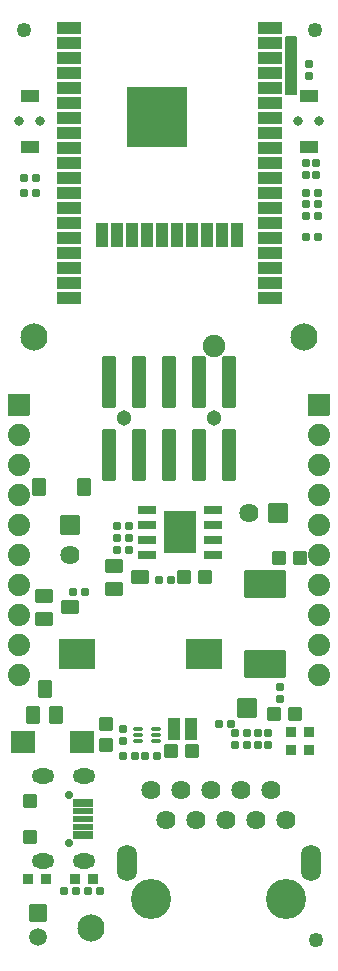
<source format=gbr>
%TF.GenerationSoftware,KiCad,Pcbnew,7.0.9-7.0.9~ubuntu22.04.1*%
%TF.CreationDate,2025-02-21T13:43:35+02:00*%
%TF.ProjectId,ESP32-PoE_Rev_M,45535033-322d-4506-9f45-5f5265765f4d,M*%
%TF.SameCoordinates,PX55f9470PYa244870*%
%TF.FileFunction,Soldermask,Top*%
%TF.FilePolarity,Negative*%
%FSLAX46Y46*%
G04 Gerber Fmt 4.6, Leading zero omitted, Abs format (unit mm)*
G04 Created by KiCad (PCBNEW 7.0.9-7.0.9~ubuntu22.04.1) date 2025-02-21 13:43:35*
%MOMM*%
%LPD*%
G01*
G04 APERTURE LIST*
G04 Aperture macros list*
%AMRoundRect*
0 Rectangle with rounded corners*
0 $1 Rounding radius*
0 $2 $3 $4 $5 $6 $7 $8 $9 X,Y pos of 4 corners*
0 Add a 4 corners polygon primitive as box body*
4,1,4,$2,$3,$4,$5,$6,$7,$8,$9,$2,$3,0*
0 Add four circle primitives for the rounded corners*
1,1,$1+$1,$2,$3*
1,1,$1+$1,$4,$5*
1,1,$1+$1,$6,$7*
1,1,$1+$1,$8,$9*
0 Add four rect primitives between the rounded corners*
20,1,$1+$1,$2,$3,$4,$5,0*
20,1,$1+$1,$4,$5,$6,$7,0*
20,1,$1+$1,$6,$7,$8,$9,0*
20,1,$1+$1,$8,$9,$2,$3,0*%
G04 Aperture macros list end*
%ADD10RoundRect,0.050800X-1.000000X-0.450000X1.000000X-0.450000X1.000000X0.450000X-1.000000X0.450000X0*%
%ADD11RoundRect,0.050800X-0.450000X-1.000000X0.450000X-1.000000X0.450000X1.000000X-0.450000X1.000000X0*%
%ADD12C,2.101600*%
%ADD13RoundRect,0.050800X-2.500000X-2.500000X2.500000X-2.500000X2.500000X2.500000X-2.500000X2.500000X0*%
%ADD14C,1.254000*%
%ADD15RoundRect,0.050800X0.500000X-2.125000X0.500000X2.125000X-0.500000X2.125000X-0.500000X-2.125000X0*%
%ADD16C,1.301600*%
%ADD17RoundRect,0.050800X-0.700000X0.500000X-0.700000X-0.500000X0.700000X-0.500000X0.700000X0.500000X0*%
%ADD18RoundRect,0.050800X-0.500000X0.700000X-0.500000X-0.700000X0.500000X-0.700000X0.500000X0.700000X0*%
%ADD19RoundRect,0.050800X-0.275000X0.250000X-0.275000X-0.250000X0.275000X-0.250000X0.275000X0.250000X0*%
%ADD20RoundRect,0.050800X0.275000X-0.250000X0.275000X0.250000X-0.275000X0.250000X-0.275000X-0.250000X0*%
%ADD21RoundRect,0.050800X-0.250000X-0.275000X0.250000X-0.275000X0.250000X0.275000X-0.250000X0.275000X0*%
%ADD22RoundRect,0.050800X0.250000X0.275000X-0.250000X0.275000X-0.250000X-0.275000X0.250000X-0.275000X0*%
%ADD23RoundRect,0.050800X-0.400000X-0.400000X0.400000X-0.400000X0.400000X0.400000X-0.400000X0.400000X0*%
%ADD24C,1.625600*%
%ADD25O,1.701600X3.101599*%
%ADD26C,3.401601*%
%ADD27RoundRect,0.050800X0.508000X0.508000X-0.508000X0.508000X-0.508000X-0.508000X0.508000X-0.508000X0*%
%ADD28RoundRect,0.050800X0.700000X0.500000X-0.700000X0.500000X-0.700000X-0.500000X0.700000X-0.500000X0*%
%ADD29RoundRect,0.050800X0.500000X0.700000X-0.500000X0.700000X-0.500000X-0.700000X0.500000X-0.700000X0*%
%ADD30RoundRect,0.050800X0.750000X-0.450000X0.750000X0.450000X-0.750000X0.450000X-0.750000X-0.450000X0*%
%ADD31C,0.801600*%
%ADD32RoundRect,0.050800X-0.450000X-0.900000X0.450000X-0.900000X0.450000X0.900000X-0.450000X0.900000X0*%
%ADD33RoundRect,0.050800X-0.762000X-0.762000X0.762000X-0.762000X0.762000X0.762000X-0.762000X0.762000X0*%
%ADD34RoundRect,0.050800X-1.700000X1.100000X-1.700000X-1.100000X1.700000X-1.100000X1.700000X1.100000X0*%
%ADD35RoundRect,0.050800X0.762000X-0.762000X0.762000X0.762000X-0.762000X0.762000X-0.762000X-0.762000X0*%
%ADD36RoundRect,0.050800X1.500000X1.250000X-1.500000X1.250000X-1.500000X-1.250000X1.500000X-1.250000X0*%
%ADD37RoundRect,0.050800X-0.508000X0.508000X-0.508000X-0.508000X0.508000X-0.508000X0.508000X0.508000X0*%
%ADD38RoundRect,0.050800X1.000000X0.850000X-1.000000X0.850000X-1.000000X-0.850000X1.000000X-0.850000X0*%
%ADD39RoundRect,0.050800X-0.825000X0.250000X-0.825000X-0.250000X0.825000X-0.250000X0.825000X0.250000X0*%
%ADD40RoundRect,0.050800X-0.825000X0.162500X-0.825000X-0.162500X0.825000X-0.162500X0.825000X0.162500X0*%
%ADD41RoundRect,0.050800X-0.500000X0.550000X-0.500000X-0.550000X0.500000X-0.550000X0.500000X0.550000X0*%
%ADD42O,1.901600X1.301600*%
%ADD43C,0.701600*%
%ADD44RoundRect,0.050800X0.350000X0.125000X-0.350000X0.125000X-0.350000X-0.125000X0.350000X-0.125000X0*%
%ADD45RoundRect,0.050800X-0.508000X-0.508000X0.508000X-0.508000X0.508000X0.508000X-0.508000X0.508000X0*%
%ADD46RoundRect,0.050800X0.700000X-0.300000X0.700000X0.300000X-0.700000X0.300000X-0.700000X-0.300000X0*%
%ADD47C,1.901600*%
%ADD48RoundRect,0.050800X1.300000X1.750000X-1.300000X1.750000X-1.300000X-1.750000X1.300000X-1.750000X0*%
%ADD49C,2.301600*%
%ADD50RoundRect,0.050800X-0.700000X0.700000X-0.700000X-0.700000X0.700000X-0.700000X0.700000X0.700000X0*%
%ADD51C,1.501600*%
%ADD52RoundRect,0.050800X-0.889000X0.889000X-0.889000X-0.889000X0.889000X-0.889000X0.889000X0.889000X0*%
%ADD53C,1.879600*%
%ADD54RoundRect,0.050800X0.800000X-0.800000X0.800000X0.800000X-0.800000X0.800000X-0.800000X-0.800000X0*%
G04 APERTURE END LIST*
D10*
%TO.C,U6*%
X5490000Y78842000D03*
X5490000Y77572000D03*
X5490000Y76302000D03*
X5490000Y75032000D03*
X5490000Y73762000D03*
X5490000Y72492000D03*
X5490000Y71222000D03*
X5490000Y69952000D03*
X5490000Y68682000D03*
X5490000Y67412000D03*
X5490000Y66142000D03*
X5490000Y64872000D03*
X5490000Y63602000D03*
X5490000Y62332000D03*
X5490000Y61062000D03*
D11*
X8290000Y61332000D03*
D10*
X5490000Y59792000D03*
D11*
X9560000Y61332000D03*
D10*
X5490000Y58522000D03*
D11*
X10830000Y61332000D03*
D10*
X5490000Y57252000D03*
D11*
X12100000Y61332000D03*
D10*
X5490000Y55982000D03*
D11*
X13370000Y61332000D03*
X14640000Y61332000D03*
D10*
X22490000Y55982000D03*
D11*
X15910000Y61332000D03*
D10*
X22490000Y57252000D03*
D11*
X17180000Y61332000D03*
D10*
X22490000Y58522000D03*
D11*
X18450000Y61332000D03*
D10*
X22490000Y59792000D03*
D11*
X19720000Y61332000D03*
D10*
X22490000Y61062000D03*
X22490000Y62332000D03*
X22490000Y63602000D03*
X22490000Y64872000D03*
X22490000Y66142000D03*
X22490000Y67412000D03*
X22490000Y68682000D03*
X22490000Y69952000D03*
X22490000Y71222000D03*
X22490000Y72492000D03*
X22490000Y73762000D03*
X22490000Y75032000D03*
X22490000Y76302000D03*
X22490000Y77572000D03*
X22490000Y78842000D03*
D12*
X12990000Y71332000D03*
D13*
X12990000Y71332000D03*
%TD*%
D14*
%TO.C,FID3*%
X26436000Y1621000D03*
%TD*%
D15*
%TO.C,UEXT1*%
X19070000Y48942000D03*
X19070000Y42692000D03*
X16530000Y48942000D03*
X16530000Y42692000D03*
X13990000Y48942000D03*
X13990000Y42692000D03*
X11450000Y48942000D03*
X11450000Y42692000D03*
X8910000Y48942000D03*
X8910000Y42692000D03*
D16*
X17800000Y45817000D03*
X10180000Y45817000D03*
%TD*%
D17*
%TO.C,D2*%
X3365000Y30765000D03*
X3365000Y28865000D03*
X5565000Y29815000D03*
%TD*%
D18*
%TO.C,FET2*%
X2499040Y20671000D03*
X4401500Y20671000D03*
X3446460Y22880800D03*
%TD*%
D19*
%TO.C,R48*%
X26436000Y66391000D03*
D20*
X26436000Y67407000D03*
%TD*%
D19*
%TO.C,R47*%
X25801000Y74773000D03*
D20*
X25801000Y75789000D03*
%TD*%
D21*
%TO.C,R39*%
X26563000Y61184000D03*
D22*
X25547000Y61184000D03*
%TD*%
%TO.C,R32*%
X1671000Y66137000D03*
D21*
X2687000Y66137000D03*
%TD*%
%TO.C,R31*%
X26563000Y63978000D03*
D22*
X25547000Y63978000D03*
%TD*%
%TO.C,R4*%
X1671000Y64867000D03*
D21*
X2687000Y64867000D03*
%TD*%
%TO.C,R8*%
X8148000Y5812000D03*
D22*
X7132000Y5812000D03*
%TD*%
D23*
%TO.C,CHRG1*%
X7513000Y6828000D03*
X5989000Y6828000D03*
%TD*%
D22*
%TO.C,R5*%
X5100000Y5812000D03*
D21*
X6116000Y5812000D03*
%TD*%
D20*
%TO.C,R13*%
X21483000Y19147000D03*
D19*
X21483000Y18131000D03*
%TD*%
D22*
%TO.C,R44*%
X25547000Y62962000D03*
D21*
X26563000Y62962000D03*
%TD*%
D19*
%TO.C,R25*%
X23388000Y22068000D03*
D20*
X23388000Y23084000D03*
%TD*%
D24*
%TO.C,LAN_CON1*%
X23896000Y11804000D03*
X22626000Y14344000D03*
X21356000Y11804000D03*
X20086000Y14344000D03*
X18816000Y11804000D03*
X17546000Y14344000D03*
X16276000Y11804000D03*
X15006000Y14344000D03*
X13736000Y11804000D03*
X12466000Y14344000D03*
D25*
X25981000Y8204000D03*
X10381000Y8204000D03*
D26*
X23896000Y5154000D03*
X12466000Y5154000D03*
%TD*%
D27*
%TO.C,C21*%
X24683400Y20798000D03*
X22905400Y20798000D03*
%TD*%
%TO.C,C22*%
X15895000Y17623000D03*
X14117000Y17623000D03*
%TD*%
D22*
%TO.C,R33*%
X13101000Y32101000D03*
D21*
X14117000Y32101000D03*
%TD*%
D28*
%TO.C,FET1*%
X9326560Y33304960D03*
X9326560Y31402500D03*
X11536360Y32357540D03*
%TD*%
D29*
%TO.C,D9*%
X6746000Y39975000D03*
X2946000Y39975000D03*
%TD*%
D27*
%TO.C,C12*%
X17038000Y32355000D03*
X15260000Y32355000D03*
%TD*%
D30*
%TO.C,RST1*%
X2171000Y73140000D03*
X2171000Y68786000D03*
D31*
X3071000Y70963000D03*
X1271000Y70963000D03*
%TD*%
D22*
%TO.C,C23*%
X9545000Y35657000D03*
D21*
X10561000Y35657000D03*
%TD*%
%TO.C,R34*%
X10561000Y36673000D03*
D22*
X9545000Y36673000D03*
%TD*%
%TO.C,R38*%
X9545000Y34641000D03*
D21*
X10561000Y34641000D03*
%TD*%
D32*
%TO.C,L2*%
X15833000Y19528000D03*
X14433000Y19528000D03*
%TD*%
D21*
%TO.C,R36*%
X26563000Y64867000D03*
D22*
X25547000Y64867000D03*
%TD*%
D14*
%TO.C,FID2*%
X26309000Y78710000D03*
%TD*%
D19*
%TO.C,R49*%
X25547000Y66391000D03*
D20*
X25547000Y67407000D03*
%TD*%
D24*
%TO.C,C27*%
X20741000Y37816000D03*
D33*
X23241000Y37816000D03*
%TD*%
D34*
%TO.C,D5*%
X22067200Y25018000D03*
X22067200Y31818000D03*
%TD*%
D24*
%TO.C,C25*%
X5608000Y34280000D03*
D35*
X5608000Y36780000D03*
%TD*%
D21*
%TO.C,R24*%
X6878000Y31085000D03*
D22*
X5862000Y31085000D03*
%TD*%
D36*
%TO.C,L4*%
X6227000Y25878000D03*
X16927000Y25878000D03*
%TD*%
D20*
%TO.C,R29*%
X10053000Y19528000D03*
D19*
X10053000Y18512000D03*
%TD*%
D22*
%TO.C,R30*%
X11958000Y17242000D03*
D21*
X12974000Y17242000D03*
%TD*%
D37*
%TO.C,C6*%
X8656000Y19909000D03*
X8656000Y18131000D03*
%TD*%
D38*
%TO.C,D3*%
X6584000Y18385000D03*
X1584000Y18385000D03*
%TD*%
D39*
%TO.C,USB-UART1*%
X6726000Y10520500D03*
D40*
X6726000Y11258000D03*
X6726000Y11908000D03*
X6726000Y12558000D03*
D39*
X6726000Y13295500D03*
D41*
X2176000Y13408000D03*
X2176000Y10408000D03*
D42*
X3326000Y15508000D03*
X3326000Y8308000D03*
X6796000Y15508000D03*
X6796000Y8308000D03*
D43*
X5476000Y13908000D03*
X5476000Y9908000D03*
%TD*%
D44*
%TO.C,U7*%
X11335000Y18520000D03*
X11335000Y19020000D03*
X11335000Y19520000D03*
X12835000Y19520000D03*
X12835000Y19020000D03*
X12835000Y18520000D03*
%TD*%
D20*
%TO.C,R10*%
X20594000Y19147000D03*
D19*
X20594000Y18131000D03*
%TD*%
D22*
%TO.C,C11*%
X18181000Y19909000D03*
D21*
X19197000Y19909000D03*
%TD*%
D20*
%TO.C,R12*%
X22372000Y19147000D03*
D19*
X22372000Y18131000D03*
%TD*%
D23*
%TO.C,ACT1*%
X25801000Y17750000D03*
X24277000Y17750000D03*
%TD*%
%TO.C,LNK1*%
X25801000Y19274000D03*
X24277000Y19274000D03*
%TD*%
D20*
%TO.C,R11*%
X19578000Y19147000D03*
D19*
X19578000Y18131000D03*
%TD*%
D30*
%TO.C,BUT1*%
X25809000Y73140000D03*
X25809000Y68786000D03*
D31*
X26709000Y70963000D03*
X24909000Y70963000D03*
%TD*%
D45*
%TO.C,C24*%
X23311800Y34006000D03*
X25089800Y34006000D03*
%TD*%
D46*
%TO.C,U5*%
X17679000Y34260000D03*
X17679000Y35530000D03*
X17679000Y36800000D03*
X17679000Y38070000D03*
X12079000Y38070000D03*
X12079000Y36800000D03*
X12079000Y35530000D03*
X12079000Y34260000D03*
D47*
X14879000Y36165000D03*
D48*
X14879000Y36165000D03*
%TD*%
D14*
%TO.C,FID1*%
X1671000Y78710000D03*
%TD*%
D49*
%TO.C,MH1*%
X2560000Y52675000D03*
%TD*%
%TO.C,MH2*%
X25420000Y52675000D03*
%TD*%
%TO.C,MH3*%
X7386000Y2637000D03*
%TD*%
D50*
%TO.C,BAT1*%
X2920680Y3919700D03*
D51*
X2923220Y1890240D03*
%TD*%
D23*
%TO.C,PWR1*%
X3576000Y6828000D03*
X2052000Y6828000D03*
%TD*%
D21*
%TO.C,C29*%
X11069000Y17242000D03*
D22*
X10053000Y17242000D03*
%TD*%
D52*
%TO.C,EXT2*%
X26690000Y46930000D03*
D53*
X26690000Y44390000D03*
X26690000Y41850000D03*
X26690000Y39310000D03*
X26690000Y36770000D03*
X26690000Y34230000D03*
X26690000Y31690000D03*
X26690000Y29150000D03*
X26690000Y26610000D03*
X26690000Y24070000D03*
%TD*%
D52*
%TO.C,EXT1*%
X1290000Y46930000D03*
D53*
X1290000Y44390000D03*
X1290000Y41850000D03*
X1290000Y39310000D03*
X1290000Y36770000D03*
X1290000Y34230000D03*
X1290000Y31690000D03*
X1290000Y29150000D03*
X1290000Y26610000D03*
X1290000Y24070000D03*
%TD*%
D54*
%TO.C,U4*%
X20594000Y21306000D03*
%TD*%
D47*
%TO.C,U9*%
X17800000Y51913000D03*
%TD*%
G36*
X24727121Y78181998D02*
G01*
X24773614Y78128342D01*
X24785000Y78076000D01*
X24785000Y73311500D01*
X24764998Y73243379D01*
X24711342Y73196886D01*
X24659000Y73185500D01*
X23895000Y73185500D01*
X23826879Y73205502D01*
X23780386Y73259158D01*
X23769000Y73311500D01*
X23769000Y78076000D01*
X23789002Y78144121D01*
X23842658Y78190614D01*
X23895000Y78202000D01*
X24659000Y78202000D01*
X24727121Y78181998D01*
G37*
M02*

</source>
